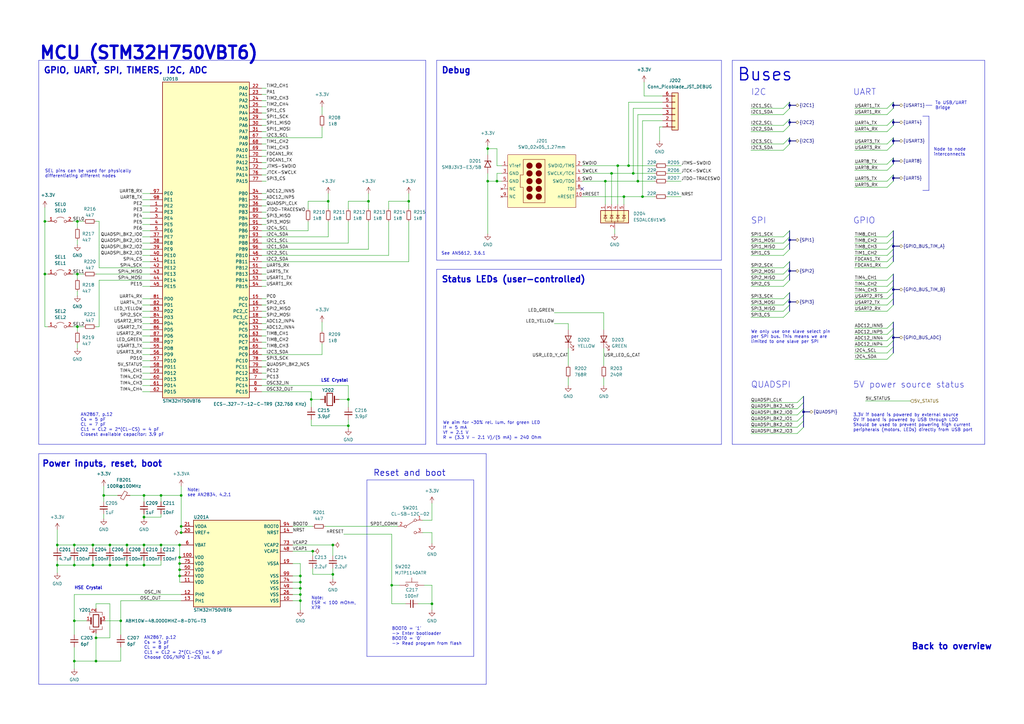
<source format=kicad_sch>
(kicad_sch (version 20230121) (generator eeschema)
  (paper "A3")
  (title_block (title "MCU") (company "EPFL Xplore") (comment 2 "Author: Vincent Nguyen"))
  (junction (at 248.285 74.295))
  (junction (at 200.025 74.295))
  (junction (at 30.48 271.145))
  (junction (at 128.27 226.06))
  (junction (at 31.75 112.395))
  (junction (at 177.165 247.65))
  (junction (at 250.825 71.12))
  (junction (at 329.565 168.91))
  (junction (at 66.04 223.52))
  (junction (at 151.13 82.55))
  (junction (at 123.19 238.76))
  (junction (at 74.295 203.2))
  (junction (at 73.66 236.22))
  (junction (at 200.025 60.96))
  (junction (at 257.81 67.945))
  (junction (at 123.19 236.22))
  (junction (at 123.19 243.84))
  (junction (at 142.875 174.625))
  (junction (at 142.875 163.83))
  (junction (at 323.85 43.18))
  (junction (at 59.055 231.775))
  (junction (at 18.415 112.395))
  (junction (at 167.64 82.55))
  (junction (at 74.295 215.9))
  (junction (at 30.48 223.52))
  (junction (at 45.085 231.775))
  (junction (at 49.53 254.635))
  (junction (at 30.48 254.635))
  (junction (at 45.085 223.52))
  (junction (at 203.835 74.295))
  (junction (at 160.655 240.03))
  (junction (at 255.905 80.645))
  (junction (at 366.395 50.165))
  (junction (at 52.07 231.775))
  (junction (at 74.295 218.44))
  (junction (at 73.66 223.52))
  (junction (at 42.545 203.2))
  (junction (at 136.525 235.585))
  (junction (at 261.62 74.295))
  (junction (at 263.525 80.645))
  (junction (at 39.37 261.62))
  (junction (at 59.055 212.09))
  (junction (at 52.07 223.52))
  (junction (at 66.04 203.2))
  (junction (at 366.395 43.18))
  (junction (at 323.85 98.425))
  (junction (at 253.365 67.945))
  (junction (at 366.395 100.965))
  (junction (at 366.395 66.04))
  (junction (at 31.75 90.805))
  (junction (at 59.055 223.52))
  (junction (at 39.37 271.145))
  (junction (at 366.395 73.025))
  (junction (at 366.395 138.43))
  (junction (at 366.395 118.745))
  (junction (at 323.85 123.825))
  (junction (at 73.66 231.14))
  (junction (at 73.66 233.68))
  (junction (at 23.495 223.52))
  (junction (at 38.1 231.775))
  (junction (at 30.48 231.775))
  (junction (at 31.75 133.985))
  (junction (at 366.395 57.785))
  (junction (at 23.495 231.775))
  (junction (at 136.525 223.52))
  (junction (at 259.715 71.12))
  (junction (at 73.66 228.6))
  (junction (at 38.1 223.52))
  (junction (at 59.055 203.2))
  (junction (at 323.85 50.165))
  (junction (at 134.62 82.55))
  (junction (at 323.85 111.125))
  (junction (at 18.415 90.805))
  (junction (at 127.635 163.83))
  (junction (at 323.85 57.785))
  (junction (at 123.19 241.3))
  (junction (at 123.19 246.38))
  (no_connect (at 238.76 77.47))
  (bus_entry (at 363.855 59.055) (size 2.54 -2.54))
  (bus_entry (at 321.31 61.595) (size 2.54 -2.54))
  (bus_entry (at 327.025 175.26) (size 2.54 -2.54))
  (bus_entry (at 363.855 107.315) (size 2.54 -2.54))
  (bus_entry (at 363.855 122.555) (size 2.54 -2.54))
  (bus_entry (at 321.31 127.635) (size 2.54 -2.54))
  (bus_entry (at 363.855 147.32) (size 2.54 -2.54))
  (bus_entry (at 327.025 177.8) (size 2.54 -2.54))
  (bus_entry (at 363.855 104.775) (size 2.54 -2.54))
  (bus_entry (at 363.855 67.31) (size 2.54 -2.54))
  (bus_entry (at 363.855 76.835) (size 2.54 -2.54))
  (bus_entry (at 363.855 127.635) (size 2.54 -2.54))
  (bus_entry (at 321.31 117.475) (size 2.54 -2.54))
  (bus_entry (at 363.855 109.855) (size 2.54 -2.54))
  (bus_entry (at 321.31 46.99) (size 2.54 -2.54))
  (bus_entry (at 363.855 69.85) (size 2.54 -2.54))
  (bus_entry (at 321.31 44.45) (size 2.54 -2.54))
  (bus_entry (at 321.31 53.975) (size 2.54 -2.54))
  (bus_entry (at 363.855 142.24) (size 2.54 -2.54))
  (bus_entry (at 363.855 102.235) (size 2.54 -2.54))
  (bus_entry (at 321.31 125.095) (size 2.54 -2.54))
  (bus_entry (at 363.855 97.155) (size 2.54 -2.54))
  (bus_entry (at 363.855 144.78) (size 2.54 -2.54))
  (bus_entry (at 363.855 125.095) (size 2.54 -2.54))
  (bus_entry (at 321.31 51.435) (size 2.54 -2.54))
  (bus_entry (at 321.31 59.055) (size 2.54 -2.54))
  (bus_entry (at 327.025 167.64) (size 2.54 -2.54))
  (bus_entry (at 321.31 112.395) (size 2.54 -2.54))
  (bus_entry (at 321.31 102.235) (size 2.54 -2.54))
  (bus_entry (at 321.31 104.775) (size 2.54 -2.54))
  (bus_entry (at 363.855 120.015) (size 2.54 -2.54))
  (bus_entry (at 327.025 172.72) (size 2.54 -2.54))
  (bus_entry (at 363.855 74.295) (size 2.54 -2.54))
  (bus_entry (at 363.855 99.695) (size 2.54 -2.54))
  (bus_entry (at 363.855 134.62) (size 2.54 -2.54))
  (bus_entry (at 327.025 170.18) (size 2.54 -2.54))
  (bus_entry (at 363.855 51.435) (size 2.54 -2.54))
  (bus_entry (at 321.31 109.855) (size 2.54 -2.54))
  (bus_entry (at 321.31 114.935) (size 2.54 -2.54))
  (bus_entry (at 363.855 137.16) (size 2.54 -2.54))
  (bus_entry (at 321.31 122.555) (size 2.54 -2.54))
  (bus_entry (at 363.855 139.7) (size 2.54 -2.54))
  (bus_entry (at 321.31 99.695) (size 2.54 -2.54))
  (bus_entry (at 321.31 97.155) (size 2.54 -2.54))
  (bus_entry (at 327.025 165.1) (size 2.54 -2.54))
  (bus_entry (at 363.855 53.975) (size 2.54 -2.54))
  (bus_entry (at 363.855 44.45) (size 2.54 -2.54))
  (bus_entry (at 363.855 114.935) (size 2.54 -2.54))
  (bus_entry (at 363.855 46.99) (size 2.54 -2.54))
  (bus_entry (at 321.31 130.175) (size 2.54 -2.54))
  (bus_entry (at 363.855 61.595) (size 2.54 -2.54))
  (bus_entry (at 363.855 117.475) (size 2.54 -2.54))
  (wire (pts (xy 107.315 153.035) (xy 109.22 153.035)))
  (wire (pts (xy 233.045 142.875) (xy 233.045 149.86)))
  (wire (pts (xy 127.635 174.625) (xy 127.635 172.085)))
  (wire (pts (xy 350.52 74.295) (xy 363.855 74.295)))
  (wire (pts (xy 177.165 206.375) (xy 177.165 213.36)))
  (bus (pts (xy 329.565 165.1) (xy 329.565 167.64)))
  (wire (pts (xy 30.48 231.775) (xy 38.1 231.775)))
  (wire (pts (xy 107.315 61.595) (xy 109.22 61.595)))
  (wire (pts (xy 248.285 74.295) (xy 261.62 74.295)))
  (wire (pts (xy 227.33 132.715) (xy 233.045 132.715)))
  (wire (pts (xy 273.6316 80.645) (xy 279.4 80.645)))
  (bus (pts (xy 366.395 134.62) (xy 366.395 137.16)))
  (wire (pts (xy 350.52 99.695) (xy 363.855 99.695)))
  (wire (pts (xy 350.52 69.85) (xy 363.855 69.85)))
  (wire (pts (xy 132.08 43.815) (xy 132.08 46.99)))
  (polyline (pts (xy 179.07 110.49) (xy 179.07 182.245)))
  (wire (pts (xy 30.48 243.84) (xy 30.48 254.635)))
  (polyline (pts (xy 174.625 182.245) (xy 15.875 182.245)))
  (wire (pts (xy 307.975 46.99) (xy 321.31 46.99)))
  (bus (pts (xy 366.395 102.235) (xy 366.395 104.775)))
  (wire (pts (xy 166.37 247.65) (xy 160.655 247.65)))
  (bus (pts (xy 366.395 43.18) (xy 368.935 43.18)))
  (wire (pts (xy 38.1 231.775) (xy 38.1 229.87)))
  (wire (pts (xy 350.52 107.315) (xy 363.855 107.315)))
  (wire (pts (xy 350.52 104.775) (xy 363.855 104.775)))
  (bus (pts (xy 366.395 100.965) (xy 368.935 100.965)))
  (wire (pts (xy 255.905 80.645) (xy 263.525 80.645)))
  (wire (pts (xy 29.845 112.395) (xy 31.75 112.395)))
  (wire (pts (xy 107.315 79.375) (xy 109.22 79.375)))
  (wire (pts (xy 73.66 231.14) (xy 73.66 233.68)))
  (wire (pts (xy 307.975 167.64) (xy 327.025 167.64)))
  (wire (pts (xy 177.165 240.03) (xy 173.99 240.03)))
  (wire (pts (xy 255.905 80.645) (xy 255.905 83.82)))
  (wire (pts (xy 259.715 44.45) (xy 271.78 44.45)))
  (wire (pts (xy 49.53 246.38) (xy 74.295 246.38)))
  (polyline (pts (xy 179.07 110.49) (xy 295.91 110.49)))
  (wire (pts (xy 264.16 33.655) (xy 264.16 39.37)))
  (wire (pts (xy 107.315 53.975) (xy 109.22 53.975)))
  (bus (pts (xy 366.395 71.755) (xy 366.395 73.025)))
  (wire (pts (xy 167.64 82.55) (xy 159.385 82.55)))
  (wire (pts (xy 160.655 240.03) (xy 163.83 240.03)))
  (polyline (pts (xy 403.86 182.245) (xy 403.86 24.765)))
  (wire (pts (xy 205.74 71.12) (xy 203.835 71.12)))
  (wire (pts (xy 109.22 155.575) (xy 107.315 155.575)))
  (bus (pts (xy 366.395 73.025) (xy 366.395 74.295)))
  (wire (pts (xy 142.875 82.55) (xy 142.875 85.725)))
  (wire (pts (xy 107.315 107.315) (xy 167.64 107.315)))
  (wire (pts (xy 123.19 243.84) (xy 120.015 243.84)))
  (wire (pts (xy 350.52 51.435) (xy 363.855 51.435)))
  (wire (pts (xy 307.975 114.935) (xy 321.31 114.935)))
  (wire (pts (xy 19.685 133.985) (xy 18.415 133.985)))
  (wire (pts (xy 107.315 150.495) (xy 109.22 150.495)))
  (wire (pts (xy 107.315 112.395) (xy 109.22 112.395)))
  (bus (pts (xy 366.395 99.695) (xy 366.395 100.965)))
  (wire (pts (xy 107.315 71.755) (xy 109.22 71.755)))
  (wire (pts (xy 307.975 177.8) (xy 327.025 177.8)))
  (wire (pts (xy 142.875 158.115) (xy 142.875 163.83)))
  (wire (pts (xy 58.42 132.715) (xy 61.595 132.715)))
  (wire (pts (xy 307.975 112.395) (xy 321.31 112.395)))
  (wire (pts (xy 307.975 130.175) (xy 321.31 130.175)))
  (wire (pts (xy 18.415 133.985) (xy 18.415 112.395)))
  (polyline (pts (xy 295.91 24.765) (xy 295.91 106.68)))
  (wire (pts (xy 350.52 46.99) (xy 363.855 46.99)))
  (wire (pts (xy 123.19 231.14) (xy 120.015 231.14)))
  (wire (pts (xy 58.42 160.655) (xy 61.595 160.655)))
  (wire (pts (xy 107.315 43.815) (xy 109.22 43.815)))
  (wire (pts (xy 58.42 145.415) (xy 61.595 145.415)))
  (bus (pts (xy 323.85 107.315) (xy 323.85 109.855)))
  (wire (pts (xy 107.315 114.935) (xy 109.22 114.935)))
  (wire (pts (xy 58.42 130.175) (xy 61.595 130.175)))
  (wire (pts (xy 45.085 231.775) (xy 52.07 231.775)))
  (wire (pts (xy 123.19 238.76) (xy 120.015 238.76)))
  (wire (pts (xy 307.975 99.695) (xy 321.31 99.695)))
  (wire (pts (xy 200.025 63.5) (xy 200.025 60.96)))
  (wire (pts (xy 30.48 254.635) (xy 30.48 260.35)))
  (wire (pts (xy 238.76 67.945) (xy 253.365 67.945)))
  (wire (pts (xy 52.07 223.52) (xy 59.055 223.52)))
  (wire (pts (xy 39.37 271.145) (xy 49.53 271.145)))
  (wire (pts (xy 350.52 134.62) (xy 363.855 134.62)))
  (wire (pts (xy 350.52 44.45) (xy 363.855 44.45)))
  (bus (pts (xy 323.85 112.395) (xy 323.85 114.935)))
  (wire (pts (xy 134.62 82.55) (xy 134.62 85.725)))
  (wire (pts (xy 307.975 59.055) (xy 321.31 59.055)))
  (wire (pts (xy 39.37 90.805) (xy 40.64 90.805)))
  (wire (pts (xy 30.48 271.145) (xy 30.48 274.32)))
  (polyline (pts (xy 15.875 186.055) (xy 199.39 186.055)))
  (wire (pts (xy 120.015 215.9) (xy 128.27 215.9)))
  (wire (pts (xy 151.13 82.55) (xy 142.875 82.55)))
  (wire (pts (xy 107.315 109.855) (xy 109.22 109.855)))
  (wire (pts (xy 39.37 112.395) (xy 61.595 112.395)))
  (wire (pts (xy 200.025 71.12) (xy 200.025 74.295)))
  (wire (pts (xy 307.975 44.45) (xy 321.31 44.45)))
  (wire (pts (xy 257.81 67.945) (xy 268.605 67.945)))
  (wire (pts (xy 134.62 97.155) (xy 134.62 90.805)))
  (wire (pts (xy 58.42 97.155) (xy 61.595 97.155)))
  (bus (pts (xy 366.395 112.395) (xy 366.395 114.935)))
  (wire (pts (xy 23.495 223.52) (xy 23.495 224.79)))
  (wire (pts (xy 38.1 223.52) (xy 45.085 223.52)))
  (wire (pts (xy 73.66 238.76) (xy 74.295 238.76)))
  (wire (pts (xy 58.42 107.315) (xy 61.595 107.315)))
  (wire (pts (xy 66.04 223.52) (xy 73.66 223.52)))
  (bus (pts (xy 323.85 109.855) (xy 323.85 111.125)))
  (wire (pts (xy 45.085 247.65) (xy 45.085 261.62)))
  (wire (pts (xy 128.27 233.045) (xy 128.27 235.585)))
  (wire (pts (xy 200.025 74.295) (xy 200.025 95.885)))
  (wire (pts (xy 307.975 127.635) (xy 321.31 127.635)))
  (wire (pts (xy 350.52 139.7) (xy 363.855 139.7)))
  (wire (pts (xy 350.52 97.155) (xy 363.855 97.155)))
  (bus (pts (xy 366.395 41.91) (xy 366.395 43.18)))
  (bus (pts (xy 323.85 122.555) (xy 323.85 123.825)))
  (wire (pts (xy 270.51 57.785) (xy 270.51 52.07)))
  (wire (pts (xy 107.315 69.215) (xy 109.22 69.215)))
  (wire (pts (xy 58.42 81.915) (xy 61.595 81.915)))
  (wire (pts (xy 66.04 203.2) (xy 74.295 203.2)))
  (wire (pts (xy 350.52 102.235) (xy 363.855 102.235)))
  (wire (pts (xy 31.75 112.395) (xy 31.75 114.3)))
  (wire (pts (xy 253.365 67.945) (xy 253.365 83.82)))
  (polyline (pts (xy 150.495 196.85) (xy 194.31 196.85)))
  (bus (pts (xy 366.395 50.165) (xy 368.935 50.165)))
  (wire (pts (xy 203.835 74.295) (xy 205.74 74.295)))
  (wire (pts (xy 167.64 90.805) (xy 167.64 107.315)))
  (wire (pts (xy 58.42 104.775) (xy 61.595 104.775)))
  (wire (pts (xy 259.715 71.12) (xy 268.605 71.12)))
  (wire (pts (xy 107.315 81.915) (xy 109.22 81.915)))
  (wire (pts (xy 73.66 236.22) (xy 73.66 238.76)))
  (bus (pts (xy 323.85 97.155) (xy 323.85 98.425)))
  (bus (pts (xy 323.85 111.125) (xy 326.39 111.125)))
  (wire (pts (xy 123.19 236.22) (xy 123.19 238.76)))
  (wire (pts (xy 307.975 51.435) (xy 321.31 51.435)))
  (wire (pts (xy 59.055 223.52) (xy 66.04 223.52)))
  (polyline (pts (xy 179.07 106.68) (xy 179.07 24.765)))
  (wire (pts (xy 128.27 226.06) (xy 128.27 227.965)))
  (wire (pts (xy 307.975 61.595) (xy 321.31 61.595)))
  (wire (pts (xy 123.19 246.38) (xy 123.19 250.19)))
  (wire (pts (xy 171.45 247.65) (xy 177.165 247.65)))
  (wire (pts (xy 30.48 243.84) (xy 74.295 243.84)))
  (wire (pts (xy 66.04 203.2) (xy 66.04 205.74)))
  (wire (pts (xy 45.085 223.52) (xy 52.07 223.52)))
  (bus (pts (xy 366.395 64.77) (xy 366.395 66.04)))
  (wire (pts (xy 23.495 229.87) (xy 23.495 231.775)))
  (wire (pts (xy 238.76 74.295) (xy 248.285 74.295)))
  (wire (pts (xy 73.66 223.52) (xy 74.295 223.52)))
  (wire (pts (xy 31.75 133.985) (xy 31.75 135.89)))
  (wire (pts (xy 142.875 90.805) (xy 142.875 99.695)))
  (bus (pts (xy 366.395 118.745) (xy 368.935 118.745)))
  (wire (pts (xy 23.495 231.775) (xy 23.495 234.95)))
  (wire (pts (xy 238.76 71.12) (xy 250.825 71.12)))
  (polyline (pts (xy 199.39 186.055) (xy 199.39 280.67)))
  (bus (pts (xy 366.395 142.24) (xy 366.395 144.78)))
  (bus (pts (xy 329.565 168.91) (xy 332.105 168.91)))
  (bus (pts (xy 323.85 50.165) (xy 323.85 51.435)))
  (wire (pts (xy 73.66 223.52) (xy 73.66 228.6)))
  (wire (pts (xy 58.42 102.235) (xy 61.595 102.235)))
  (bus (pts (xy 366.395 117.475) (xy 366.395 118.745)))
  (wire (pts (xy 142.875 174.625) (xy 142.875 175.895)))
  (wire (pts (xy 107.315 142.875) (xy 109.22 142.875)))
  (wire (pts (xy 350.52 147.32) (xy 363.855 147.32)))
  (wire (pts (xy 200.025 59.69) (xy 200.025 60.96)))
  (polyline (pts (xy 300.355 24.765) (xy 403.86 24.765)))
  (wire (pts (xy 160.655 219.075) (xy 160.655 240.03)))
  (bus (pts (xy 366.395 57.785) (xy 368.935 57.785)))
  (polyline (pts (xy 179.07 106.68) (xy 295.91 106.68)))
  (wire (pts (xy 59.055 231.775) (xy 59.055 229.87)))
  (wire (pts (xy 23.495 217.17) (xy 23.495 223.52)))
  (wire (pts (xy 203.835 71.12) (xy 203.835 74.295)))
  (wire (pts (xy 350.52 125.095) (xy 363.855 125.095)))
  (wire (pts (xy 73.66 233.68) (xy 74.295 233.68)))
  (polyline (pts (xy 174.625 24.765) (xy 174.625 182.245)))
  (polyline (pts (xy 199.39 280.67) (xy 15.875 280.67)))
  (wire (pts (xy 134.62 79.375) (xy 134.62 82.55)))
  (wire (pts (xy 123.19 246.38) (xy 120.015 246.38)))
  (wire (pts (xy 107.315 132.715) (xy 109.22 132.715)))
  (wire (pts (xy 132.08 145.415) (xy 132.08 140.97)))
  (wire (pts (xy 59.055 203.2) (xy 66.04 203.2)))
  (wire (pts (xy 107.315 130.175) (xy 109.22 130.175)))
  (bus (pts (xy 366.395 100.965) (xy 366.395 102.235)))
  (wire (pts (xy 233.045 154.94) (xy 233.045 158.115)))
  (wire (pts (xy 58.42 92.075) (xy 61.595 92.075)))
  (bus (pts (xy 329.565 167.64) (xy 329.565 168.91)))
  (bus (pts (xy 323.85 94.615) (xy 323.85 97.155)))
  (polyline (pts (xy 300.355 24.765) (xy 300.355 182.245)))
  (wire (pts (xy 59.055 203.2) (xy 59.055 205.74)))
  (wire (pts (xy 203.835 67.945) (xy 205.74 67.945)))
  (wire (pts (xy 58.42 79.375) (xy 61.595 79.375)))
  (wire (pts (xy 107.315 99.695) (xy 142.875 99.695)))
  (wire (pts (xy 59.055 212.09) (xy 59.055 212.725)))
  (wire (pts (xy 136.525 223.52) (xy 136.525 227.965)))
  (wire (pts (xy 31.75 112.395) (xy 34.29 112.395)))
  (wire (pts (xy 307.975 172.72) (xy 327.025 172.72)))
  (wire (pts (xy 30.48 265.43) (xy 30.48 271.145)))
  (wire (pts (xy 227.33 128.27) (xy 247.65 128.27)))
  (wire (pts (xy 58.42 99.695) (xy 61.595 99.695)))
  (wire (pts (xy 74.295 218.44) (xy 74.295 215.9)))
  (bus (pts (xy 366.395 56.515) (xy 366.395 57.785)))
  (wire (pts (xy 45.085 223.52) (xy 45.085 224.79)))
  (wire (pts (xy 73.66 228.6) (xy 73.66 231.14)))
  (wire (pts (xy 107.315 41.275) (xy 109.22 41.275)))
  (wire (pts (xy 58.42 137.795) (xy 61.595 137.795)))
  (wire (pts (xy 307.975 122.555) (xy 321.31 122.555)))
  (wire (pts (xy 31.75 98.425) (xy 31.75 100.33)))
  (wire (pts (xy 30.48 223.52) (xy 30.48 224.79)))
  (wire (pts (xy 142.875 172.085) (xy 142.875 174.625)))
  (wire (pts (xy 107.315 147.955) (xy 109.22 147.955)))
  (wire (pts (xy 43.18 254.635) (xy 49.53 254.635)))
  (wire (pts (xy 247.65 142.875) (xy 247.65 149.86)))
  (wire (pts (xy 107.315 135.255) (xy 109.22 135.255)))
  (wire (pts (xy 159.385 90.805) (xy 159.385 104.775)))
  (wire (pts (xy 307.975 125.095) (xy 321.31 125.095)))
  (wire (pts (xy 107.315 117.475) (xy 109.22 117.475)))
  (wire (pts (xy 107.315 94.615) (xy 126.365 94.615)))
  (wire (pts (xy 45.085 231.775) (xy 45.085 229.87)))
  (bus (pts (xy 366.395 73.025) (xy 368.935 73.025)))
  (wire (pts (xy 73.66 231.14) (xy 74.295 231.14)))
  (polyline (pts (xy 194.31 196.85) (xy 194.31 269.24)))
  (wire (pts (xy 107.315 86.995) (xy 109.22 86.995)))
  (wire (pts (xy 203.835 67.945) (xy 203.835 60.96)))
  (wire (pts (xy 39.37 261.62) (xy 39.37 271.145)))
  (wire (pts (xy 23.495 231.775) (xy 30.48 231.775)))
  (wire (pts (xy 132.08 52.07) (xy 132.08 56.515)))
  (wire (pts (xy 263.525 49.53) (xy 263.525 80.645)))
  (wire (pts (xy 74.295 215.9) (xy 74.295 203.2)))
  (wire (pts (xy 307.975 165.1) (xy 327.025 165.1)))
  (wire (pts (xy 107.315 38.735) (xy 109.22 38.735)))
  (wire (pts (xy 31.75 90.805) (xy 34.29 90.805)))
  (wire (pts (xy 107.315 46.355) (xy 109.22 46.355)))
  (wire (pts (xy 107.315 51.435) (xy 109.22 51.435)))
  (wire (pts (xy 38.1 223.52) (xy 38.1 224.79)))
  (wire (pts (xy 248.285 74.295) (xy 248.285 83.82)))
  (wire (pts (xy 257.81 41.91) (xy 257.81 67.945)))
  (bus (pts (xy 366.395 43.18) (xy 366.395 44.45)))
  (wire (pts (xy 350.52 76.835) (xy 363.855 76.835)))
  (wire (pts (xy 66.04 210.82) (xy 66.04 212.09)))
  (wire (pts (xy 133.35 215.9) (xy 163.195 215.9)))
  (wire (pts (xy 159.385 82.55) (xy 159.385 85.725)))
  (wire (pts (xy 177.165 247.65) (xy 177.165 240.03)))
  (wire (pts (xy 151.13 82.55) (xy 151.13 85.725)))
  (wire (pts (xy 123.19 236.22) (xy 120.015 236.22)))
  (bus (pts (xy 323.85 48.895) (xy 323.85 50.165)))
  (wire (pts (xy 126.365 82.55) (xy 126.365 85.725)))
  (wire (pts (xy 58.42 84.455) (xy 61.595 84.455)))
  (wire (pts (xy 307.975 170.18) (xy 327.025 170.18)))
  (wire (pts (xy 42.545 199.39) (xy 42.545 203.2)))
  (polyline (pts (xy 378.46 47.625) (xy 381 47.625)))
  (wire (pts (xy 107.315 140.335) (xy 109.22 140.335)))
  (wire (pts (xy 58.42 153.035) (xy 61.595 153.035)))
  (wire (pts (xy 136.525 235.585) (xy 136.525 233.045)))
  (bus (pts (xy 329.565 168.91) (xy 329.565 170.18)))
  (bus (pts (xy 366.395 66.04) (xy 368.935 66.04)))
  (wire (pts (xy 59.055 231.775) (xy 66.04 231.775)))
  (wire (pts (xy 350.52 127.635) (xy 363.855 127.635)))
  (wire (pts (xy 58.42 125.095) (xy 61.595 125.095)))
  (bus (pts (xy 366.395 104.775) (xy 366.395 107.315)))
  (bus (pts (xy 366.395 120.015) (xy 366.395 122.555)))
  (wire (pts (xy 59.055 223.52) (xy 59.055 224.79)))
  (wire (pts (xy 58.42 150.495) (xy 61.595 150.495)))
  (wire (pts (xy 270.51 52.07) (xy 271.78 52.07)))
  (wire (pts (xy 52.07 231.775) (xy 59.055 231.775)))
  (bus (pts (xy 323.85 123.825) (xy 323.85 125.095)))
  (bus (pts (xy 323.85 123.825) (xy 326.39 123.825)))
  (wire (pts (xy 52.07 231.775) (xy 52.07 229.87)))
  (wire (pts (xy 107.315 48.895) (xy 109.22 48.895)))
  (wire (pts (xy 350.52 61.595) (xy 363.855 61.595)))
  (wire (pts (xy 200.025 60.96) (xy 203.835 60.96)))
  (bus (pts (xy 329.565 172.72) (xy 329.565 175.26)))
  (wire (pts (xy 134.62 82.55) (xy 126.365 82.55)))
  (polyline (pts (xy 381 47.625) (xy 381 78.105)))
  (bus (pts (xy 323.85 41.91) (xy 323.85 43.18)))
  (polyline (pts (xy 15.875 186.055) (xy 15.875 280.67)))
  (wire (pts (xy 66.04 231.775) (xy 66.04 229.87)))
  (wire (pts (xy 109.22 122.555) (xy 107.315 122.555)))
  (wire (pts (xy 307.975 53.975) (xy 321.31 53.975)))
  (wire (pts (xy 58.42 94.615) (xy 61.595 94.615)))
  (wire (pts (xy 18.415 90.805) (xy 18.415 112.395)))
  (wire (pts (xy 52.07 223.52) (xy 52.07 224.79)))
  (wire (pts (xy 58.42 127.635) (xy 61.595 127.635)))
  (wire (pts (xy 107.315 59.055) (xy 109.22 59.055)))
  (wire (pts (xy 58.42 135.255) (xy 61.595 135.255)))
  (wire (pts (xy 39.37 249.555) (xy 39.37 247.65)))
  (wire (pts (xy 307.975 102.235) (xy 321.31 102.235)))
  (wire (pts (xy 350.52 122.555) (xy 363.855 122.555)))
  (wire (pts (xy 39.37 133.985) (xy 40.64 133.985)))
  (wire (pts (xy 128.27 235.585) (xy 136.525 235.585)))
  (wire (pts (xy 18.415 85.09) (xy 18.415 90.805)))
  (wire (pts (xy 120.015 226.06) (xy 128.27 226.06)))
  (bus (pts (xy 329.565 170.18) (xy 329.565 172.72)))
  (wire (pts (xy 350.52 144.78) (xy 363.855 144.78)))
  (wire (pts (xy 127.635 160.655) (xy 127.635 163.83)))
  (bus (pts (xy 366.395 114.935) (xy 366.395 117.475)))
  (wire (pts (xy 142.875 163.83) (xy 139.065 163.83)))
  (wire (pts (xy 167.64 82.55) (xy 167.64 85.725)))
  (wire (pts (xy 123.19 231.14) (xy 123.19 236.22)))
  (wire (pts (xy 40.64 109.855) (xy 61.595 109.855)))
  (bus (pts (xy 366.395 48.895) (xy 366.395 50.165)))
  (wire (pts (xy 58.42 140.335) (xy 61.595 140.335)))
  (wire (pts (xy 350.52 114.935) (xy 363.855 114.935)))
  (wire (pts (xy 107.315 127.635) (xy 109.22 127.635)))
  (wire (pts (xy 107.315 36.195) (xy 109.22 36.195)))
  (wire (pts (xy 126.365 94.615) (xy 126.365 90.805)))
  (wire (pts (xy 257.81 41.91) (xy 271.78 41.91)))
  (wire (pts (xy 151.13 79.375) (xy 151.13 82.55)))
  (polyline (pts (xy 378.46 78.105) (xy 381 78.105)))
  (wire (pts (xy 136.525 235.585) (xy 136.525 237.49)))
  (wire (pts (xy 58.42 158.115) (xy 61.595 158.115)))
  (wire (pts (xy 142.875 163.83) (xy 142.875 167.005)))
  (wire (pts (xy 140.97 219.075) (xy 160.655 219.075)))
  (bus (pts (xy 323.85 98.425) (xy 323.85 99.695)))
  (wire (pts (xy 151.13 90.805) (xy 151.13 102.235)))
  (wire (pts (xy 350.52 59.055) (xy 363.855 59.055)))
  (wire (pts (xy 200.025 74.295) (xy 203.835 74.295)))
  (wire (pts (xy 45.085 261.62) (xy 39.37 261.62)))
  (wire (pts (xy 58.42 89.535) (xy 61.595 89.535)))
  (wire (pts (xy 42.545 210.82) (xy 42.545 212.725)))
  (polyline (pts (xy 150.495 269.24) (xy 150.495 196.85)))
  (bus (pts (xy 323.85 120.015) (xy 323.85 122.555)))
  (wire (pts (xy 18.415 90.805) (xy 19.685 90.805)))
  (wire (pts (xy 123.19 243.84) (xy 123.19 246.38)))
  (bus (pts (xy 366.395 138.43) (xy 366.395 139.7)))
  (wire (pts (xy 49.53 246.38) (xy 49.53 254.635)))
  (polyline (pts (xy 179.07 182.245) (xy 295.91 182.245)))
  (wire (pts (xy 233.045 132.715) (xy 233.045 135.255)))
  (wire (pts (xy 167.64 79.375) (xy 167.64 82.55)))
  (wire (pts (xy 273.685 74.295) (xy 279.4 74.295)))
  (wire (pts (xy 58.42 122.555) (xy 61.595 122.555)))
  (bus (pts (xy 323.85 50.165) (xy 326.39 50.165)))
  (bus (pts (xy 323.85 125.095) (xy 323.85 127.635)))
  (wire (pts (xy 350.52 67.31) (xy 363.855 67.31)))
  (wire (pts (xy 74.295 199.39) (xy 74.295 203.2)))
  (polyline (pts (xy 300.355 182.245) (xy 403.86 182.245)))
  (wire (pts (xy 73.66 228.6) (xy 74.295 228.6)))
  (wire (pts (xy 39.37 261.62) (xy 39.37 259.715)))
  (polyline (pts (xy 379.73 43.18) (xy 382.27 43.18)))
  (wire (pts (xy 58.42 147.955) (xy 61.595 147.955)))
  (wire (pts (xy 160.655 247.65) (xy 160.655 240.03)))
  (wire (pts (xy 247.65 154.94) (xy 247.65 158.115)))
  (wire (pts (xy 107.315 145.415) (xy 132.08 145.415)))
  (wire (pts (xy 40.64 114.935) (xy 61.595 114.935)))
  (wire (pts (xy 123.19 241.3) (xy 123.19 243.84)))
  (wire (pts (xy 250.825 71.12) (xy 250.825 83.82)))
  (wire (pts (xy 142.875 174.625) (xy 127.635 174.625)))
  (wire (pts (xy 38.1 231.775) (xy 45.085 231.775)))
  (wire (pts (xy 59.055 210.82) (xy 59.055 212.09)))
  (wire (pts (xy 123.19 238.76) (xy 123.19 241.3)))
  (wire (pts (xy 107.315 104.775) (xy 159.385 104.775)))
  (wire (pts (xy 107.315 102.235) (xy 151.13 102.235)))
  (wire (pts (xy 261.62 46.99) (xy 261.62 74.295)))
  (bus (pts (xy 366.395 118.745) (xy 366.395 120.015)))
  (wire (pts (xy 350.52 120.015) (xy 363.855 120.015)))
  (wire (pts (xy 177.165 213.36) (xy 173.355 213.36)))
  (wire (pts (xy 73.66 236.22) (xy 74.295 236.22)))
  (wire (pts (xy 307.975 117.475) (xy 321.31 117.475)))
  (polyline (pts (xy 150.495 269.24) (xy 194.31 269.24)))
  (wire (pts (xy 31.75 90.805) (xy 31.75 93.345)))
  (wire (pts (xy 261.62 74.295) (xy 268.605 74.295)))
  (bus (pts (xy 329.565 162.56) (xy 329.565 165.1)))
  (wire (pts (xy 259.715 44.45) (xy 259.715 71.12)))
  (wire (pts (xy 264.16 39.37) (xy 271.78 39.37)))
  (wire (pts (xy 30.48 229.87) (xy 30.48 231.775)))
  (wire (pts (xy 40.64 114.935) (xy 40.64 133.985)))
  (wire (pts (xy 58.42 142.875) (xy 61.595 142.875)))
  (wire (pts (xy 120.015 223.52) (xy 136.525 223.52)))
  (wire (pts (xy 42.545 203.2) (xy 42.545 205.74)))
  (polyline (pts (xy 179.07 24.765) (xy 295.91 24.765)))
  (wire (pts (xy 66.04 212.09) (xy 59.055 212.09)))
  (wire (pts (xy 247.65 128.27) (xy 247.65 135.255)))
  (wire (pts (xy 107.315 89.535) (xy 109.22 89.535)))
  (wire (pts (xy 107.315 84.455) (xy 109.22 84.455)))
  (wire (pts (xy 177.165 222.885) (xy 177.165 218.44)))
  (wire (pts (xy 31.75 133.985) (xy 34.29 133.985)))
  (wire (pts (xy 58.42 155.575) (xy 61.595 155.575)))
  (wire (pts (xy 350.52 53.975) (xy 363.855 53.975)))
  (wire (pts (xy 350.52 117.475) (xy 363.855 117.475)))
  (wire (pts (xy 350.52 137.16) (xy 363.855 137.16)))
  (wire (pts (xy 307.975 109.855) (xy 321.31 109.855)))
  (wire (pts (xy 307.975 97.155) (xy 321.31 97.155)))
  (wire (pts (xy 307.975 175.26) (xy 327.025 175.26)))
  (wire (pts (xy 42.545 203.2) (xy 48.26 203.2)))
  (wire (pts (xy 107.315 97.155) (xy 134.62 97.155)))
  (wire (pts (xy 18.415 112.395) (xy 19.685 112.395)))
  (wire (pts (xy 40.64 90.805) (xy 40.64 109.855)))
  (wire (pts (xy 107.315 64.135) (xy 109.22 64.135)))
  (bus (pts (xy 366.395 94.615) (xy 366.395 97.155)))
  (wire (pts (xy 132.08 132.08) (xy 132.08 135.89)))
  (polyline (pts (xy 15.875 24.765) (xy 15.875 182.245)))
  (wire (pts (xy 23.495 223.52) (xy 30.48 223.52)))
  (wire (pts (xy 31.75 119.38) (xy 31.75 121.285)))
  (wire (pts (xy 107.315 74.295) (xy 109.22 74.295)))
  (wire (pts (xy 123.19 241.3) (xy 120.015 241.3)))
  (wire (pts (xy 31.75 140.97) (xy 31.75 142.875)))
  (wire (pts (xy 250.825 71.12) (xy 259.715 71.12)))
  (bus (pts (xy 323.85 98.425) (xy 326.39 98.425)))
  (wire (pts (xy 107.315 66.675) (xy 109.22 66.675)))
  (wire (pts (xy 263.525 49.53) (xy 271.78 49.53)))
  (bus (pts (xy 366.395 139.7) (xy 366.395 142.24)))
  (wire (pts (xy 177.165 250.19) (xy 177.165 247.65)))
  (wire (pts (xy 261.62 46.99) (xy 271.78 46.99)))
  (wire (pts (xy 58.42 86.995) (xy 61.595 86.995)))
  (wire (pts (xy 49.53 254.635) (xy 49.53 260.35)))
  (wire (pts (xy 39.37 247.65) (xy 45.085 247.65)))
  (wire (pts (xy 73.66 233.68) (xy 73.66 236.22)))
  (bus (pts (xy 323.85 99.695) (xy 323.85 102.235)))
  (bus (pts (xy 366.395 122.555) (xy 366.395 125.095)))
  (bus (pts (xy 323.85 57.785) (xy 323.85 59.055)))
  (wire (pts (xy 177.165 218.44) (xy 173.355 218.44)))
  (wire (pts (xy 354.965 164.465) (xy 373.38 164.465)))
  (wire (pts (xy 35.56 254.635) (xy 30.48 254.635)))
  (bus (pts (xy 366.395 97.155) (xy 366.395 99.695)))
  (wire (pts (xy 107.315 125.095) (xy 109.22 125.095)))
  (bus (pts (xy 323.85 43.18) (xy 326.39 43.18)))
  (bus (pts (xy 323.85 43.18) (xy 323.85 44.45)))
  (bus (pts (xy 366.395 50.165) (xy 366.395 51.435)))
  (wire (pts (xy 350.52 109.855) (xy 363.855 109.855)))
  (polyline (pts (xy 295.91 182.245) (xy 295.91 110.49)))
  (wire (pts (xy 66.04 223.52) (xy 66.04 224.79)))
  (bus (pts (xy 366.395 137.16) (xy 366.395 138.43)))
  (wire (pts (xy 58.42 117.475) (xy 61.595 117.475)))
  (bus (pts (xy 323.85 56.515) (xy 323.85 57.785)))
  (wire (pts (xy 30.48 271.145) (xy 39.37 271.145)))
  (wire (pts (xy 273.685 71.12) (xy 279.4 71.12)))
  (polyline (pts (xy 15.875 24.765) (xy 174.625 24.765)))
  (wire (pts (xy 107.315 92.075) (xy 109.22 92.075)))
  (bus (pts (xy 366.395 57.785) (xy 366.395 59.055)))
  (wire (pts (xy 107.315 137.795) (xy 109.22 137.795)))
  (wire (pts (xy 253.365 67.945) (xy 257.81 67.945)))
  (wire (pts (xy 107.315 56.515) (xy 132.08 56.515)))
  (wire (pts (xy 273.685 67.945) (xy 279.4 67.945)))
  (wire (pts (xy 107.315 158.115) (xy 142.875 158.115)))
  (wire (pts (xy 238.76 80.645) (xy 255.905 80.645)))
  (bus (pts (xy 366.395 138.43) (xy 368.935 138.43)))
  (wire (pts (xy 350.52 142.24) (xy 363.855 142.24)))
  (wire (pts (xy 30.48 223.52) (xy 38.1 223.52)))
  (bus (pts (xy 366.395 66.04) (xy 366.395 67.31)))
  (bus (pts (xy 323.85 57.785) (xy 326.39 57.785)))
  (wire (pts (xy 252.095 93.98) (xy 252.095 95.885)))
  (wire (pts (xy 29.845 133.985) (xy 31.75 133.985)))
  (wire (pts (xy 307.975 104.775) (xy 321.31 104.775)))
  (wire (pts (xy 263.525 80.645) (xy 268.5516 80.645)))
  (wire (pts (xy 29.845 90.805) (xy 31.75 90.805)))
  (wire (pts (xy 107.315 160.655) (xy 127.635 160.655)))
  (wire (pts (xy 53.34 203.2) (xy 59.055 203.2)))
  (bus (pts (xy 323.85 111.125) (xy 323.85 112.395)))
  (wire (pts (xy 127.635 163.83) (xy 127.635 167.005)))
  (wire (pts (xy 49.53 271.145) (xy 49.53 265.43)))
  (bus (pts (xy 366.395 132.08) (xy 366.395 134.62)))
  (wire (pts (xy 127.635 163.83) (xy 131.445 163.83)))
  (text "Note:\nESR < 100 mOhm, \nX7R" (at 127.635 250.19 0) (effects (font (size 1.27 1.27)) (justify left bottom)))
  (text "AN2867, p.12\nCs = 5 pF\nCL = 7 pF\nCL1 = CL2 = 2*(CL-CS) = 4 pF\nClosest available capacitor: 3.9 pF" (at 33.02 179.07 0) (effects (font (size 1.27 1.27)) (justify left bottom)))
  (text "To USB/UART \nBridge" (at 383.54 45.085 0) (effects (font (size 1.27 1.27)) (justify left bottom)))
  (text "I2C" (at 307.975 39.37 0) (effects (font (size 2.54 2.54)) (justify left bottom)))
  (text "See AN5612, 3.6.1" (at 180.975 104.775 0) (effects (font (size 1.27 1.27)) (justify left bottom)))
  (text "3.3V if board is powered by external source\n0V if board is powered by USB through LDO\nShould be used to prevent powering high current\nperipherals (motors, LEDs) directly from USB port" (at 349.885 177.165 0) (effects (font (size 1.27 1.27)) (justify left bottom)))
  (text "We aim for ~30% rel. lum. for green LED\nIf = 5 mA\nVf = 2.1 V\nR = (3.3 V - 2.1 V)/(5 mA) = 240 Ohm" (at 181.61 180.34 0) (effects (font (size 1.27 1.27)) (justify left bottom)))
  (text "SPI" (at 307.975 92.075 0) (effects (font (size 2.54 2.54)) (justify left bottom)))
  (text "Power inputs, reset, boot" (at 17.145 191.77 0) (effects (font (size 2.54 2.54) (thickness 0.508) bold) (justify left bottom)))
  (text "5V power source status" (at 349.885 159.385 0) (effects (font (size 2.54 2.54)) (justify left bottom)))
  (text "MCU (STM32H750VBT6)" (at 15.875 24.765 0) (effects (font (size 5.08 5.08) bold) (justify left bottom)))
  (text "GPIO" (at 349.885 92.075 0) (effects (font (size 2.54 2.54)) (justify left bottom)))
  (text "HSE Crystal" (at 30.48 241.935 0) (effects (font (size 1.27 1.27) (thickness 0.254) bold) (justify left bottom)))
  (text "Reset and boot" (at 153.035 195.58 0) (effects (font (size 2.54 2.54) (thickness 0.254) bold) (justify left bottom)))
  (text "Back to overview" (at 407.035 266.7 0) (effects (font (size 2.54 2.54) (thickness 0.508) bold) (justify right bottom)))
  (text "Buses" (at 302.26 33.655 0) (effects (font (size 5.08 5.08) (thickness 0.508) bold) (justify left bottom)))
  (text "Note: \nsee AN2834, 4.2.1" (at 76.835 203.835 0) (effects (font (size 1.27 1.27)) (justify left bottom)))
  (text "UART" (at 349.885 39.37 0) (effects (font (size 2.54 2.54)) (justify left bottom)))
  (text "AN2867, p.12\nCs = 5 pF\nCL = 8 pF\nCL1 = CL2 = 2*(CL-CS) = 6 pF\nChoose C0G/NP0 1-2% tol." (at 59.055 270.51 0) (effects (font (size 1.27 1.27)) (justify left bottom)))
  (text "We only use one slave select pin \nper SPI bus. This means we are \nlimited to one slave per SPI" (at 307.975 140.97 0) (effects (font (size 1.27 1.27)) (justify left bottom)))
  (text "Status LEDs (user-controlled)" (at 180.975 116.205 0) (effects (font (size 2.54 2.54) bold) (justify left bottom)))
  (text "BOOT0 = '1' \n-> Enter bootloader\nBOOT0 = '0' \n-> Read program from flash" (at 160.655 264.795 0) (effects (font (size 1.27 1.27)) (justify left bottom)))
  (text "QUADSPI" (at 307.975 159.385 0) (effects (font (size 2.54 2.54)) (justify left bottom)))
  (text "SEL pins can be used for physically \ndifferentiating different nodes" (at 18.415 73.025 0) (effects (font (size 1.27 1.27)) (justify left bottom)))
  (text "Node to node\ninterconnects" (at 382.905 64.135 0) (effects (font (size 1.27 1.27)) (justify left bottom)))
  (text "Debug" (at 180.975 30.48 0) (effects (font (size 2.54 2.54) bold) (justify left bottom)))
  (text "LSE Crystal" (at 142.875 156.845 0) (effects (font (size 1.27 1.27) (thickness 0.254) bold) (justify right bottom)))
  (text "GPIO, UART, SPI, TIMERS, I2C, ADC" (at 17.78 30.48 0) (effects (font (size 2.54 2.54) bold) (justify left bottom)))
  (label "SPI1_CS" (at 109.22 46.355 0))
  (label "I2C1_SDA" (at 109.22 102.235 0))
  (label "QUADSPI_BK2_IO2" (at 307.975 175.26 0))
  (label "SPI2_SCK" (at 307.975 109.855 0))
  (label "I2C3_SDA" (at 109.22 145.415 0))
  (label "SPI1_MISO" (at 307.975 102.235 0))
  (label "SPI1_MISO" (at 109.22 51.435 0))
  (label "UART4_TX" (at 58.42 125.095 180))
  (label "USART2_TX" (at 58.42 135.255 180))
  (label "NRST" (at 120.015 218.44 0))
  (label "TIM1_CH3" (at 109.22 61.595 0))
  (label "JTDO-TRACESWO" (at 279.4 74.295 0))
  (label "PE5" (at 58.42 92.075 180))
  (label "SPI4_MOSI" (at 58.42 114.935 180))
  (label "SPI3_MISO" (at 307.975 127.635 0))
  (label "LED_GREEN" (at 58.42 140.335 180))
  (label "5V_STATUS" (at 58.42 150.495 180))
  (label "USART3_TX" (at 350.52 59.055 0))
  (label "UART8_RX" (at 58.42 79.375 180))
  (label "QUADSPI_BK2_NCS" (at 307.975 167.64 0))
  (label "SPI1_MOSI" (at 109.22 53.975 0))
  (label "SPI3_CS" (at 307.975 130.175 0))
  (label "OSC_IN" (at 66.04 243.84 180))
  (label "PD10" (at 58.42 147.955 180))
  (label "VCAP2" (at 120.015 223.52 0))
  (label "PE15" (at 58.42 117.475 180))
  (label "PC13" (at 109.22 155.575 0))
  (label "I2C3_SDA" (at 307.975 61.595 0))
  (label "UART5_TX" (at 350.52 74.295 0))
  (label "TIM1_CH2" (at 350.52 104.775 0))
  (label "UART8_TX" (at 58.42 81.915 180))
  (label "SPI3_MOSI" (at 307.975 125.095 0))
  (label "USR_LED_G_CAT" (at 247.65 146.685 0))
  (label "USART3_TX" (at 58.42 142.875 180))
  (label "SPI3_SCK" (at 307.975 122.555 0))
  (label "JTMS-SWDIO" (at 279.4 67.945 0))
  (label "SPI3_MOSI" (at 109.22 92.075 0))
  (label "SWCLK" (at 238.76 71.12 0))
  (label "I2C3_SCL" (at 109.22 56.515 0))
  (label "NRST" (at 279.4 80.645 0))
  (label "TIM4_CH1" (at 350.52 114.935 0))
  (label "USART2_RX" (at 58.42 137.795 180))
  (label "TIM2_CH1" (at 109.22 36.195 0))
  (label "JTDO-TRACESWO" (at 109.22 86.995 0))
  (label "UART4_RX" (at 350.52 53.975 0))
  (label "QUADSPI_BK2_IO3" (at 307.975 177.8 0))
  (label "OSC32_OUT" (at 109.22 160.655 0))
  (label "PE6" (at 58.42 94.615 180))
  (label "USR_LED_Y_CAT" (at 233.045 146.685 180))
  (label "BOOT0" (at 120.015 215.9 0))
  (label "PA1" (at 109.22 38.735 0))
  (label "I2C4_SDA" (at 109.22 97.155 0))
  (label "PE2" (at 58.42 84.455 180))
  (label "PC12" (at 109.22 153.035 0))
  (label "USART1_TX" (at 109.22 114.935 0))
  (label "SPI1_SCK" (at 307.975 97.155 0))
  (label "UART5_RX" (at 109.22 109.855 0))
  (label "SPI3_SCK" (at 109.22 147.955 0))
  (label "LED_YELLOW" (at 58.42 127.635 180))
  (label "SPI1_SCK" (at 109.22 48.895 0))
  (label "SPI1_MOSI" (at 307.975 99.695 0))
  (label "TIM4_CH3" (at 58.42 158.115 180))
  (label "SPI4_SCK" (at 58.42 109.855 180))
  (label "UART8_RX" (at 350.52 69.85 0))
  (label "SPI3_MISO" (at 109.22 89.535 0))
  (label "TIM2_CH3" (at 109.22 41.275 0))
  (label "FDCAN1_RX" (at 109.22 64.135 0))
  (label "SPI4_MISO" (at 58.42 112.395 180))
  (label "PE3" (at 58.42 86.995 180))
  (label "TIM4_CH4" (at 58.42 160.655 180))
  (label "QUADSPI_BK2_IO2" (at 58.42 102.235 180))
  (label "QUADSPI_BK2_IO1" (at 307.975 172.72 0))
  (label "TIM8_CH3" (at 350.52 102.235 0))
  (label "ADC12_INN4" (at 109.22 135.255 0))
  (label "I2C4_SCL" (at 109.22 94.615 0))
  (label "LED_YELLOW" (at 227.33 132.715 180))
  (label "ADC12_INP4" (at 109.22 132.715 0))
  (label "I2C2_SDA" (at 307.975 53.975 0))
  (label "USART3_RX" (at 58.42 145.415 180))
  (label "TIM1_CH2" (at 109.22 59.055 0))
  (label "SWDIO" (at 238.76 67.945 0))
  (label "SEL2" (at 29.845 133.985 0))
  (label "I2C3_SCL" (at 307.975 59.055 0))
  (label "I2C1_SDA" (at 307.975 46.99 0))
  (label "USART1_RX" (at 350.52 46.99 0))
  (label "JTMS-SWDIO" (at 109.22 69.215 0))
  (label "QUADSPI_BK2_IO0" (at 58.42 97.155 180))
  (label "I2C1_SCL" (at 109.22 99.695 0))
  (label "I2C1_SCL" (at 307.975 44.45 0))
  (label "UART8_TX" (at 350.52 67.31 0))
  (label "UART4_TX" (at 350.52 51.435 0))
  (label "SPI2_MOSI" (at 109.22 130.175 0))
  (label "SPI2_MOSI" (at 307.975 112.395 0))
  (label "nRESET" (at 140.97 219.075 180))
  (label "ADC12_INP5" (at 350.52 137.16 0))
  (label "JTCK-SWCLK" (at 109.22 71.755 0))
  (label "FDCAN1_TX" (at 350.52 107.315 0))
  (label "USART2_TX" (at 350.52 125.095 0))
  (label "OSC32_IN" (at 109.22 158.115 0))
  (label "I2C2_SCL" (at 109.22 104.775 0))
  (label "5V_STATUS" (at 354.965 164.465 0))
  (label "I2C2_SDA" (at 109.22 107.315 0))
  (label "UART5_TX" (at 109.22 112.395 0))
  (label "LED_GREEN" (at 227.33 128.27 180))
  (label "SPI4_CS" (at 58.42 107.315 180))
  (label "QUADSPI_BK2_IO1" (at 58.42 99.695 180))
  (label "ADC12_INN5" (at 350.52 134.62 0))
  (label "SPI2_CS" (at 109.22 125.095 0))
  (label "QUADSPI_BK2_IO3" (at 58.42 104.775 180))
  (label "PE4" (at 58.42 89.535 180))
  (label "SEL1" (at 29.845 112.395 0))
  (label "SPI1_CS" (at 307.975 104.775 0))
  (label "TIM8_CH2" (at 350.52 99.695 0))
  (label "QUADSPI_CLK" (at 109.22 84.455 0))
  (label "ADC12_INN5" (at 109.22 79.375 0))
  (label "I2C2_SCL" (at 307.975 51.435 0))
  (label "SEL0" (at 29.845 90.805 0))
  (label "QUADSPI_BK2_NCS" (at 109.22 150.495 0))
  (label "TIM2_CH4" (at 109.22 43.815 0))
  (label "TIM4_CH2" (at 58.42 155.575 180))
  (label "ADC12_INP5" (at 109.22 81.915 0))
  (label "UART4_RX" (at 58.42 122.555 180))
  (label "nRESET" (at 238.76 80.645 0))
  (label "SWO" (at 238.76 74.295 0))
  (label "SPI2_MISO" (at 307.975 114.935 0))
  (label "USART2_RTS" (at 350.52 122.555 0))
  (label "I2C4_SCL" (at 350.52 144.78 0))
  (label "TIM8_CH1" (at 350.52 97.155 0))
  (label "ADC12_INN4" (at 350.52 139.7 0))
  (label "FDCAN1_RX" (at 350.52 109.855 0))
  (label "SPI2_MISO" (at 109.22 127.635 0))
  (label "TIM8_CH3" (at 109.22 142.875 0))
  (label "USART2_RX" (at 350.52 127.635 0))
  (label "JTCK-SWCLK" (at 279.4 71.12 0))
  (label "ADC12_INP4" (at 350.52 142.24 0))
  (label "TIM4_CH1" (at 58.42 153.035 180))
  (label "USART1_TX" (at 350.52 44.45 0))
  (label "OSC_OUT" (at 66.04 246.38 180))
  (label "FDCAN1_TX" (at 109.22 66.675 0))
  (label "SPI2_SCK" (at 58.42 130.175 180))
  (label "QUADSPI_BK2_IO0" (at 307.975 170.18 0))
  (label "I2C4_SDA" (at 350.52 147.32 0))
  (label "TIM8_CH2" (at 109.22 140.335 0))
  (label "UART5_RX" (at 350.52 76.835 0))
  (label "SPI2_CS" (at 307.975 117.475 0))
  (label "USART3_RX" (at 350.52 61.595 0))
  (label "SPI3_CS" (at 109.22 74.295 0))
  (label "USART2_RTS" (at 58.42 132.715 180))
  (label "TIM8_CH1" (at 109.22 137.795 0))
  (label "VCAP1" (at 120.015 226.06 0))
  (label "QUADSPI_CLK" (at 307.975 165.1 0))
  (label "USART1_RX" (at 109.22 117.475 0))
  (label "TIM4_CH3" (at 350.52 120.015 0))
  (label "PC0" (at 109.22 122.555 0))
  (label "TIM4_CH2" (at 350.52 117.475 0))
  (label "SPDT_COMM" (at 163.195 215.9 180))
  (hierarchical_label "{SPI1}" (shape bidirectional) (at 326.39 98.425 0))
  (hierarchical_label "{UART4}" (shape bidirectional) (at 368.935 50.165 0))
  (hierarchical_label "{I2C3}" (shape bidirectional) (at 326.39 57.785 0))
  (hierarchical_label "{I2C2}" (shape bidirectional) (at 326.39 50.165 0))
  (hierarchical_label "{GPIO_BUS_TIM_A}" (shape bidirectional) (at 368.935 100.965 0))
  (hierarchical_label "{SPI3}" (shape bidirectional) (at 326.39 123.825 0))
  (hierarchical_label "{SPI2}" (shape bidirectional) (at 326.39 111.125 0))
  (hierarchical_label "{GPIO_BUS_ADC}" (shape bidirectional) (at 368.935 138.43 0))
  (hierarchical_label "{USART1}" (shape bidirectional) (at 368.935 43.18 0))
  (hierarchical_label "{QUADSPI}" (shape bidirectional) (at 332.105 168.91 0))
  (hierarchical_label "{USART3}" (shape bidirectional) (at 368.935 57.785 0))
  (hierarchical_label "{UART5}" (shape bidirectional) (at 368.935 73.025 0))
  (hierarchical_label "{GPIO_BUS_TIM_B}" (shape bidirectional) (at 368.935 118.745 0))
  (hierarchical_label "{I2C1}" (shape bidirectional) (at 326.39 43.18 0))
  (hierarchical_label "{UART8}" (shape bidirectional) (at 368.935 66.04 0))
  (hierarchical_label "5V_STATUS" (shape input) (at 373.38 164.465 0))
  (symbol (lib_id "Device:R_Small") (at 132.08 138.43 0) (unit 1)
    (property "Reference" "R209" (at 134.62 137.1599 0) (effects (justify left)))
    (property "Value" "1k8" (at 134.62 139.6999 0) (effects (justify left)))
    (property "Footprint" "Resistor_SMD:R_0402_1005Metric" (effects hide))
  )
  (symbol (lib_id "0_mcu:STM32H750VBT6") (at 97.155 231.14 0) (unit 1)
    (property "Reference" "U201" (at 79.375 212.09 0) (effects (justify left)))
    (property "Value" "STM32H750VBT6" (at 79.375 250.19 0) (effects (justify left)))
    (property "Footprint" "Package_QFP:LQFP-100_14x14mm_P0.5mm" (effects hide))
    (property "Datasheet" "https://www.st.com/resource/en/datasheet/stm32h750ib.pdf" (effects hide))
  )
  (symbol (lib_id "power:+3.3V") (at 23.495 217.17 0) (unit 1)
    (property "Reference" "#PWR0201" (effects hide))
    (property "Value" "+3.3V" (at 23.495 212.09 0))
  )
  (symbol (lib_id "Device:C_Small") (at 136.525 230.505 0) (unit 1)
    (property "Reference" "C214" (at 137.16 228.6 0) (effects (justify left)))
    (property "Value" "2.2uF" (at 137.16 232.41 0) (effects (justify left)))
    (property "Footprint" "Capacitor_SMD:C_0402_1005Metric" (effects hide))
  )
  (symbol (lib_id "Device:C_Small") (at 142.875 169.545 0) (unit 1)
    (property "Reference" "C216" (at 145.415 168.275 0) (effects (justify left)))
    (property "Value" "3.9pF" (at 145.415 170.815 0) (effects (justify left)))
    (property "Footprint" "Capacitor_SMD:C_0402_1005Metric" (effects hide))
  )
  (symbol (lib_id "Device:C_Small") (at 23.495 227.33 0) (unit 1)
    (property "Reference" "C201" (at 24.13 225.425 0) (effects (justify left)))
    (property "Value" "4.7uF" (at 24.13 229.235 0) (effects (justify left)))
    (property "Footprint" "Capacitor_SMD:C_0402_1005Metric" (effects hide))
  )
  (symbol (lib_id "Device:C_Small") (at 52.07 227.33 0) (unit 1)
    (property "Reference" "C208" (at 52.705 225.425 0) (effects (justify left)))
    (property "Value" "100nF" (at 52.705 229.235 0) (effects (justify left)))
    (property "Footprint" "Capacitor_SMD:C_0402_1005Metric" (effects hide))
  )
  (symbol (lib_id "0_power_protection:ESDALC6V1W5") (at 252.095 88.9 0) (unit 1)
    (property "Reference" "D204" (at 259.715 87.6299 0) (effects (justify left)))
    (property "Value" "ESDALC6V1W5" (at 259.715 90.1699 0) (effects (justify left)))
    (property "Footprint" "0_various:SOT323-5L" (effects hide))
    (property "Datasheet" "https://www.st.com/content/ccc/resource/technical/document/datasheet/32/30/02/e6/ac/0f/46/c2/CD00002946.pdf/files/CD00002946.pdf/jcr:content/translations/en.CD00002946.pdf" (effects hide))
    (property "Manufacturer ref" "ESDALC6V1W5" (effects hide))
    (property "Digikey ref" "497-7231-1-ND" (effects hide))
  )
  (symbol (lib_id "Device:LED") (at 247.65 139.065 90) (unit 1)
    (property "Reference" "D203" (at 250.825 139.3824 90) (effects (justify right)))
    (property "Value" "GREEN" (at 250.825 141.9224 90) (effects (justify right)))
    (property "Footprint" "LED_SMD:LED_0603_1608Metric" (effects hide))
    (property "Datasheet" "https://www.bivar.com/parts_content/Datasheets/SM0603GC.pdf" (effects hide))
    (property "Manufacturer ref" "SM0603GC" (effects hide))
    (property "Digikey ref" "492-1324-1-ND" (effects hide))
  )
  (symbol (lib_id "Device:R_Small") (at 159.385 88.265 0) (unit 1)
    (property "Reference" "R214" (at 161.29 86.9949 0) (effects (justify left)))
    (property "Value" "1k8" (at 161.29 89.5349 0) (effects (justify left)))
    (property "Footprint" "Resistor_SMD:R_0402_1005Metric" (effects hide))
  )
  (symbol (lib_id "power:GND") (at 123.19 250.19 0) (unit 1)
    (property "Reference" "#PWR0208" (effects hide))
    (property "Value" "GND" (at 123.19 254.635 0))
  )
  (symbol (lib_id "power:PWR_FLAG") (at 136.525 223.52 270) (unit 1) (in_bom no) (on_board no)
    (property "Reference" "#FLG0203" (effects hide))
    (property "Value" "PWR_FLAG" (effects hide))
  )
  (symbol (lib_id "Jumper:Jumper_2_Open") (at 24.765 133.985 0) (unit 1) (in_bom no)
    (property "Reference" "SEL2" (at 24.765 127.635 0))
    (property "Value" "SEL2" (at 24.765 130.175 0))
    (property "Footprint" "Jumper:SolderJumper-2_P1.3mm_Open_RoundedPad1.0x1.5mm" (effects hide))
  )
  (symbol (lib_id "power:+3.3VA") (at 74.295 199.39 0) (unit 1)
    (property "Reference" "#PWR0207" (effects hide))
    (property "Value" "+3.3VA" (at 74.295 194.31 0))
  )
  (symbol (lib_id "power:GND") (at 200.025 95.885 0) (unit 1)
    (property "Reference" "#PWR0215" (effects hide))
    (property "Value" "GND" (at 200.025 100.33 0))
  )
  (symbol (lib_id "Device:R_Small") (at 36.83 90.805 90) (unit 1)
    (property "Reference" "R216" (at 36.83 85.725 90))
    (property "Value" "4k7" (at 36.83 88.265 90))
    (property "Footprint" "Resistor_SMD:R_0402_1005Metric" (effects hide))
  )
  (symbol (lib_id "Jumper:Jumper_2_Open") (at 24.765 90.805 0) (unit 1) (in_bom no)
    (property "Reference" "SEL0" (at 24.765 83.82 0))
    (property "Value" "SEL0" (at 24.765 86.36 0))
    (property "Footprint" "Jumper:SolderJumper-2_P1.3mm_Open_RoundedPad1.0x1.5mm" (effects hide))
  )
  (symbol (lib_id "power:GND") (at 247.65 158.115 0) (unit 1)
    (property "Reference" "#PWR0217" (effects hide))
    (property "Value" "GND" (at 247.65 162.56 0))
  )
  (symbol (lib_id "0_connectors:SWD_02x05_1.27mm") (at 222.25 74.295 0) (unit 1)
    (property "Reference" "J201" (at 222.25 57.785 0))
    (property "Value" "SWD_02x05_1.27mm" (at 222.25 60.325 0))
    (property "Footprint" "0_connectors:FTSH-105-01-F-D-RA-K" (effects hide))
    (property "Datasheet" "http://suddendocs.samtec.com/prints/ftsh-dth.pdf" (effects hide))
    (property "Manufacturer ref" "FTSH-105-01-F-D-RA-K" (effects hide))
    (property "Digikey ref" "SAM9432-ND" (effects hide))
  )
  (symbol (lib_id "Device:R_Small") (at 31.75 95.885 0) (unit 1)
    (property "Reference" "R217" (at 33.655 95.885 0) (effects (justify left)))
    (property "Value" "4k7" (at 33.655 98.425 0) (effects (justify left)))
    (property "Footprint" "Resistor_SMD:R_0402_1005Metric" (effects hide))
  )
  (symbol (lib_id "power:+3.3V") (at 132.08 43.815 0) (unit 1)
    (property "Reference" "#PWR0219" (effects hide))
    (property "Value" "+3.3V" (at 132.08 38.735 0))
  )
  (symbol (lib_id "Device:Crystal") (at 135.255 163.83 180) (unit 1)
    (property "Reference" "Y202" (at 132.08 160.02 0) (effects (justify right)))
    (property "Value" "ECS-.327-7-12-C-TR9 (32.768 KHz)" (at 125.73 165.735 0) (effects (justify left)))
    (property "Footprint" "Crystal:Crystal_SMD_2012-2Pin_2.0x1.2mm" (effects hide))
    (property "Datasheet" "https://ecsxtal.com/store/pdf/ECX_12.pdf" (effects hide))
    (property "Manufacturer ref" "ECS-.327-7-12-C-TR9" (effects hide))
    (property "Digikey ref" "50-ECS-.327-7-12-C-TR9CT-ND" (effects hide))
  )
  (symbol (lib_id "power:GND") (at 59.055 212.725 0) (unit 1)
    (property "Reference" "#PWR0206" (effects hide))
    (property "Value" "GND" (at 59.055 217.17 0))
  )
  (symbol (lib_id "Device:Crystal_GND24") (at 39.37 254.635 0) (unit 1)
    (property "Reference" "Y201" (at 32.385 250.19 0) (effects (justify left)))
    (property "Value" "ABM10W-48.0000MHZ-8-D7G-T3" (at 51.435 254.635 0) (effects (justify left)))
    (property "Footprint" "Crystal:Crystal_SMD_Abracon_ABM10-4Pin_2.5x2.0mm" (effects hide))
    (property "Datasheet" "https://abracon.com/Resonators/ABM10W.pdf" (effects hide))
    (property "Manufacturer ref" "ABM10W-48.0000MHZ-8-D7G-T3" (effects hide))
    (property "Digikey ref" "535-ABM10W-48.0000MHZ-8-D7G-T3CT-ND" (effects hide))
  )
  (symbol (lib_id "Device:R_Small") (at 271.0916 80.645 90) (unit 1)
    (property "Reference" "R204" (at 276.1716 79.375 90))
    (property "Value" "22R" (at 267.2816 79.375 90))
    (property "Footprint" "Resistor_SMD:R_0603_1608Metric" (effects hide))
  )
  (symbol (lib_id "Device:C_Small") (at 30.48 227.33 0) (unit 1)
    (property "Reference" "C202" (at 31.115 225.425 0) (effects (justify left)))
    (property "Value" "100nF" (at 31.115 229.235 0) (effects (justify left)))
    (property "Footprint" "Capacitor_SMD:C_0402_1005Metric" (effects hide))
  )
  (symbol (lib_id "Device:C_Small") (at 30.48 262.89 0) (unit 1)
    (property "Reference" "C203" (at 33.02 261.62 0) (effects (justify left)))
    (property "Value" "6pF" (at 33.02 264.16 0) (effects (justify left)))
    (property "Footprint" "Capacitor_SMD:C_0402_1005Metric" (effects hide))
  )
  (symbol (lib_id "power:+3.3V") (at 134.62 79.375 0) (unit 1)
    (property "Reference" "#PWR0228" (effects hide))
    (property "Value" "+3.3V" (at 134.62 74.295 0))
  )
  (symbol (lib_id "Device:C_Small") (at 128.27 230.505 0) (unit 1)
    (property "Reference" "C213" (at 128.905 228.6 0) (effects (justify left)))
    (property "Value" "2.2uF" (at 128.905 232.41 0) (effects (justify left)))
    (property "Footprint" "Capacitor_SMD:C_0402_1005Metric" (effects hide))
  )
  (symbol (lib_id "Switch:SW_Push") (at 168.91 240.03 0) (unit 1)
    (property "Reference" "SW202" (at 161.925 232.41 0) (effects (justify left)))
    (property "Value" "MJTP1140ATR" (at 161.925 234.95 0) (effects (justify left)))
    (property "Footprint" "0_switch_button:MJTP1140ATR" (effects hide))
    (property "Datasheet" "https://eu.mouser.com/datasheet/2/26/APPM_S_A0000728651_1-2538249.pdf" (effects hide))
    (property "Manufacturer ref" "MJTP1140ATR" (effects hide))
    (property "Digikey ref" "679-2420-1-ND" (effects hide))
  )
  (symbol (lib_id "power:+3.3V") (at 132.08 132.08 0) (unit 1)
    (property "Reference" "#PWR0101" (effects hide))
    (property "Value" "+3.3V" (at 132.08 127 0))
  )
  (symbol (lib_id "Device:R_Small") (at 132.08 49.53 0) (unit 1)
    (property "Reference" "R208" (at 134.62 48.2599 0) (effects (justify left)))
    (property "Value" "1k8" (at 134.62 50.7999 0) (effects (justify left)))
    (property "Footprint" "Resistor_SMD:R_0402_1005Metric" (effects hide))
  )
  (symbol (lib_id "Device:C_Small") (at 49.53 262.89 0) (unit 1)
    (property "Reference" "C207" (at 52.07 261.62 0) (effects (justify left)))
    (property "Value" "6pF" (at 52.07 264.16 0) (effects (justify left)))
    (property "Footprint" "Capacitor_SMD:C_0402_1005Metric" (effects hide))
  )
  (symbol (lib_id "Device:R_Small") (at 271.145 67.945 90) (unit 1)
    (property "Reference" "R205" (at 276.225 66.675 90))
    (property "Value" "22R" (at 267.335 66.675 90))
    (property "Footprint" "Resistor_SMD:R_0603_1608Metric" (effects hide))
  )
  (symbol (lib_id "Device:R_Small") (at 31.75 138.43 0) (unit 1)
    (property "Reference" "R219" (at 33.655 138.43 0) (effects (justify left)))
    (property "Value" "4k7" (at 33.655 140.97 0) (effects (justify left)))
    (property "Footprint" "Resistor_SMD:R_0402_1005Metric" (effects hide))
  )
  (symbol (lib_id "power:PWR_FLAG") (at 128.27 226.06 270) (unit 1) (in_bom no) (on_board no)
    (property "Reference" "#FLG0202" (effects hide))
    (property "Value" "PWR_FLAG" (effects hide))
  )
  (symbol (lib_id "power:GND") (at 31.75 121.285 0) (unit 1)
    (property "Reference" "#PWR0226" (effects hide))
    (property "Value" "GND" (at 31.75 125.73 0))
  )
  (symbol (lib_id "power:GND") (at 177.165 222.885 0) (unit 1)
    (property "Reference" "#PWR0212" (effects hide))
    (property "Value" "GND" (at 177.165 227.33 0))
  )
  (symbol (lib_id "power:GND") (at 30.48 274.32 0) (unit 1)
    (property "Reference" "#PWR0203" (effects hide))
    (property "Value" "GND" (at 30.48 278.765 0))
  )
  (symbol (lib_id "Device:C_Small") (at 38.1 227.33 0) (unit 1)
    (property "Reference" "C204" (at 38.735 225.425 0) (effects (justify left)))
    (property "Value" "100nF" (at 38.735 229.235 0) (effects (justify left)))
    (property "Footprint" "Capacitor_SMD:C_0402_1005Metric" (effects hide))
  )
  (symbol (lib_id "Device:FerriteBead_Small") (at 50.8 203.2 270) (unit 1)
    (property "Reference" "FB201" (at 50.8381 196.85 90))
    (property "Value" "100R@100MHz" (at 50.8381 199.39 90))
    (property "Footprint" "Inductor_SMD:L_0603_1608Metric" (effects hide))
    (property "Datasheet" "https://www.murata.com/en-global/products/productdata/8796737273886/QNFA9101.pdf" (effects hide))
    (property "Manufacturer ref" "BLM18KG101TH1D" (effects hide))
    (property "Digikey ref" "490-13260-1-ND " (effects hide))
  )
  (symbol (lib_id "0_mcu:STM32H750VBT6") (at 84.455 97.155 0) (unit 2)
    (property "Reference" "U201" (at 66.675 32.385 0) (effects (justify left)))
    (property "Value" "STM32H750VBT6" (at 66.675 164.465 0) (effects (justify left)))
    (property "Footprint" "Package_QFP:LQFP-100_14x14mm_P0.5mm" (effects hide))
    (property "Datasheet" "https://www.st.com/resource/en/datasheet/stm32h750ib.pdf" (effects hide))
  )
  (symbol (lib_id "power:+3.3V") (at 177.165 206.375 0) (unit 1)
    (property "Reference" "#PWR0211" (effects hide))
    (property "Value" "+3.3V" (at 177.165 201.295 0))
  )
  (symbol (lib_id "Device:C_Small") (at 66.04 227.33 0) (unit 1)
    (property "Reference" "C212" (at 66.675 225.425 0) (effects (justify left)))
    (property "Value" "100nF" (at 66.675 229.235 0) (effects (justify left)))
    (property "Footprint" "Capacitor_SMD:C_0402_1005Metric" (effects hide))
  )
  (symbol (lib_id "Device:R_Small") (at 142.875 88.265 0) (unit 1)
    (property "Reference" "R212" (at 144.78 86.9949 0) (effects (justify left)))
    (property "Value" "1k8" (at 144.78 89.5349 0) (effects (justify left)))
    (property "Footprint" "Resistor_SMD:R_0402_1005Metric" (effects hide))
  )
  (symbol (lib_id "power:GND") (at 270.51 57.785 0) (unit 1)
    (property "Reference" "#PWR0223" (effects hide))
    (property "Value" "GND" (at 270.51 62.23 0))
  )
  (symbol (lib_id "Device:R_Small") (at 167.64 88.265 0) (unit 1)
    (property "Reference" "R215" (at 169.545 86.9949 0) (effects (justify left)))
    (property "Value" "1k8" (at 169.545 89.5349 0) (effects (justify left)))
    (property "Footprint" "Resistor_SMD:R_0402_1005Metric" (effects hide))
  )
  (symbol (lib_id "Device:C_Small") (at 59.055 208.28 0) (unit 1)
    (property "Reference" "C209" (at 59.69 206.375 0) (effects (justify left)))
    (property "Value" "1uF" (at 59.69 210.185 0) (effects (justify left)))
    (property "Footprint" "Capacitor_SMD:C_0402_1005Metric" (effects hide))
  )
  (symbol (lib_id "Device:C_Small") (at 66.04 208.28 0) (unit 1)
    (property "Reference" "C211" (at 66.675 206.375 0) (effects (justify left)))
    (property "Value" "10nF" (at 66.675 210.185 0) (effects (justify left)))
    (property "Footprint" "Capacitor_SMD:C_0402_1005Metric" (effects hide))
  )
  (symbol (lib_id "Device:C_Small") (at 42.545 208.28 0) (unit 1)
    (property "Reference" "C205" (at 43.18 206.375 0) (effects (justify left)))
    (property "Value" "1uF" (at 43.18 210.185 0) (effects (justify left)))
    (property "Footprint" "Capacitor_SMD:C_0402_1005Metric" (effects hide))
  )
  (symbol (lib_id "Device:C_Small") (at 45.085 227.33 0) (unit 1)
    (property "Reference" "C206" (at 45.72 225.425 0) (effects (justify left)))
    (property "Value" "100nF" (at 45.72 229.235 0) (effects (justify left)))
    (property "Footprint" "Capacitor_SMD:C_0402_1005Metric" (effects hide))
  )
  (symbol (lib_id "power:PWR_FLAG") (at 74.295 218.44 90) (unit 1) (in_bom no) (on_board no)
    (property "Reference" "#FLG0201" (effects hide))
    (property "Value" "PWR_FLAG" (effects hide))
  )
  (symbol (lib_id "power:+3.3V") (at 167.64 79.375 0) (unit 1)
    (property "Reference" "#PWR0221" (effects hide))
    (property "Value" "+3.3V" (at 167.64 74.295 0))
  )
  (symbol (lib_id "Device:R_Small") (at 233.045 152.4 180) (unit 1)
    (property "Reference" "R202" (at 235.585 151.1299 0) (effects (justify right)))
    (property "Value" "768R" (at 235.585 153.6699 0) (effects (justify right)))
    (property "Footprint" "Resistor_SMD:R_0603_1608Metric" (effects hide))
  )
  (symbol (lib_id "power:+3.3V") (at 42.545 199.39 0) (unit 1)
    (property "Reference" "#PWR0204" (effects hide))
    (property "Value" "+3.3V" (at 42.545 194.31 0))
  )
  (symbol (lib_id "power:GND") (at 42.545 212.725 0) (unit 1)
    (property "Reference" "#PWR0205" (effects hide))
    (property "Value" "GND" (at 42.545 217.17 0))
  )
  (symbol (lib_id "Device:R_Small") (at 134.62 88.265 0) (unit 1)
    (property "Reference" "R211" (at 136.525 86.9949 0) (effects (justify left)))
    (property "Value" "1k8" (at 136.525 89.5349 0) (effects (justify left)))
    (property "Footprint" "Resistor_SMD:R_0402_1005Metric" (effects hide))
  )
  (symbol (lib_id "Device:R_Small") (at 271.145 74.295 90) (unit 1)
    (property "Reference" "R207" (at 276.225 73.025 90))
    (property "Value" "22R" (at 267.335 73.025 90))
    (property "Footprint" "Resistor_SMD:R_0603_1608Metric" (effects hide))
  )
  (symbol (lib_id "Device:LED") (at 233.045 139.065 90) (unit 1)
    (property "Reference" "D202" (at 236.855 139.3824 90) (effects (justify right)))
    (property "Value" "YELLOW" (at 236.855 141.9224 90) (effects (justify right)))
    (property "Footprint" "LED_SMD:LED_0603_1608Metric" (effects hide))
    (property "Datasheet" "https://www.bivar.com/parts_content/Datasheets/SM0603UYC.pdf" (effects hide))
    (property "Manufacturer ref" "SM0603UYC" (effects hide))
    (property "Digikey ref" "492-1325-1-ND" (effects hide))
  )
  (symbol (lib_id "0_power_protection:SMBJ3V3-E3-5B") (at 200.025 67.31 270) (unit 1)
    (property "Reference" "D201" (at 197.485 66.04 90) (effects (justify right)))
    (property "Value" "SMBJ3V3-E3/5B" (at 197.485 68.58 90) (effects (justify right)))
    (property "Footprint" "Diode_SMD:D_SMB" (effects hide))
    (property "Datasheet" "https://www.vishay.com/docs/88940/smbj3v3.pdf" (effects hide))
    (property "Manufacturer ref" "SMBJ3V3-E3/5B" (effects hide))
    (property "Digikey ref" "SMBJ3V3-E3/5BGICT-ND" (effects hide))
  )
  (symbol (lib_id "Device:R_Small") (at 126.365 88.265 0) (unit 1)
    (property "Reference" "R210" (at 128.27 86.9949 0) (effects (justify left)))
    (property "Value" "1k8" (at 128.27 89.5349 0) (effects (justify left)))
    (property "Footprint" "Resistor_SMD:R_0402_1005Metric" (effects hide))
  )
  (symbol (lib_id "Connector_Generic:Conn_01x06") (at 276.86 46.99 0) (mirror x) (unit 1)
    (property "Reference" "J202" (at 276.86 33.02 0))
    (property "Value" "Conn_Picoblade_JST_DEBUG" (at 278.765 35.56 0))
    (property "Footprint" "0_connectors:PicoBlade-JST-GH-1x06_1.25mm_Horizontal" (effects hide))
    (property "Datasheet" "https://www.molex.com/pdm_docs/sd/530480610_sd.pdf" (effects hide))
    (property "Manufacturer ref" "0530480610" (effects hide))
    (property "Digikey ref" "WM1746-ND" (effects hide))
  )
  (symbol (lib_id "power:+3.3V") (at 151.13 79.375 0) (unit 1)
    (property "Reference" "#PWR0220" (effects hide))
    (property "Value" "+3.3V" (at 151.13 74.295 0))
  )
  (symbol (lib_id "power:GND") (at 31.75 100.33 0) (unit 1)
    (property "Reference" "#PWR0225" (effects hide))
    (property "Value" "GND" (at 31.75 104.775 0))
  )
  (symbol (lib_id "power:GND") (at 136.525 237.49 0) (unit 1)
    (property "Reference" "#PWR0209" (effects hide))
    (property "Value" "GND" (at 136.525 241.935 0))
  )
  (symbol (lib_id "Device:R_Small") (at 271.145 71.12 90) (unit 1)
    (property "Reference" "R206" (at 276.225 69.85 90))
    (property "Value" "22R" (at 267.335 69.85 90))
    (property "Footprint" "Resistor_SMD:R_0603_1608Metric" (effects hide))
  )
  (symbol (lib_id "Device:R_Small") (at 247.65 152.4 180) (unit 1)
    (property "Reference" "R203" (at 250.19 151.1299 0) (effects (justify right)))
    (property "Value" "240R" (at 250.19 153.6699 0) (effects (justify right)))
    (property "Footprint" "Resistor_SMD:R_0603_1608Metric" (effects hide))
  )
  (symbol (lib_id "Switch:SW_SPDT") (at 168.275 215.9 0) (unit 1)
    (property "Reference" "SW201" (at 168.275 208.28 0))
    (property "Value" "CL-SB-12C-02" (at 168.275 210.82 0))
    (property "Footprint" "0_switch_button:CL-SB-12C-01" (effects hide))
    (property "Datasheet" "https://www.nidec-copal-electronics.com/e/catalog/switch/cl-sb.pdf" (effects hide))
    (property "Manufacturer ref" "CL-SB-12C-02" (effects hide))
    (property "Digikey ref" "563-1323-ND" (effects hide))
  )
  (symbol (lib_id "power:GND") (at 233.045 158.115 0) (unit 1)
    (property "Reference" "#PWR0216" (effects hide))
    (property "Value" "GND" (at 233.045 162.56 0))
  )
  (symbol (lib_id "Device:C_Small") (at 59.055 227.33 0) (unit 1)
    (property "Reference" "C210" (at 59.69 225.425 0) (effects (justify left)))
    (property "Value" "100nF" (at 59.69 229.235 0) (effects (justify left)))
    (property "Footprint" "Capacitor_SMD:C_0402_1005Metric" (effects hide))
  )
  (symbol (lib_id "power:GND") (at 23.495 234.95 0) (unit 1)
    (property "Reference" "#PWR0202" (effects hide))
    (property "Value" "GND" (at 23.495 239.395 0))
  )
  (symbol (lib_id "power:GND") (at 177.165 250.19 0) (unit 1)
    (property "Reference" "#PWR0213" (effects hide))
    (property "Value" "GND" (at 177.165 254.635 0))
  )
  (symbol (lib_id "Device:C_Small") (at 168.91 247.65 90) (unit 1)
    (property "Reference" "C217" (at 168.91 241.935 90))
    (property "Value" "100nF" (at 168.91 244.475 90))
    (property "Footprint" "Capacitor_SMD:C_0402_1005Metric" (effects hide))
  )
  (symbol (lib_id "Device:R_Small") (at 36.83 112.395 90) (unit 1)
    (property "Reference" "R220" (at 36.83 107.315 90))
    (property "Value" "4k7" (at 36.83 109.855 90))
    (property "Footprint" "Resistor_SMD:R_0402_1005Metric" (effects hide))
  )
  (symbol (lib_id "power:GND") (at 252.095 95.885 0) (unit 1)
    (property "Reference" "#PWR0218" (effects hide))
    (property "Value" "GND" (at 252.095 100.33 0))
  )
  (symbol (lib_id "Device:R_Small") (at 130.81 215.9 90) (unit 1)
    (property "Reference" "R201" (at 130.81 210.185 90))
    (property "Value" "4k7" (at 130.81 212.725 90))
    (property "Footprint" "Resistor_SMD:R_0402_1005Metric" (effects hide))
  )
  (symbol (lib_id "Device:R_Small") (at 31.75 116.84 0) (unit 1)
    (property "Reference" "R218" (at 33.655 116.84 0) (effects (justify left)))
    (property "Value" "4k7" (at 33.655 119.38 0) (effects (justify left)))
    (property "Footprint" "Resistor_SMD:R_0402_1005Metric" (effects hide))
  )
  (symbol (lib_id "Jumper:Jumper_2_Open") (at 24.765 112.395 0) (unit 1) (in_bom no)
    (property "Reference" "SEL1" (at 24.765 105.41 0))
    (property "Value" "SEL1" (at 24.765 107.95 0))
    (property "Footprint" "Jumper:SolderJumper-2_P1.3mm_Open_RoundedPad1.0x1.5mm" (effects hide))
  )
  (symbol (lib_id "power:+3.3V") (at 200.025 59.69 0) (unit 1)
    (property "Reference" "#PWR0214" (effects hide))
    (property "Value" "+3.3V" (at 200.025 54.61 0))
  )
  (symbol (lib_id "Device:C_Small") (at 127.635 169.545 0) (unit 1)
    (property "Reference" "C215" (at 130.175 168.275 0) (effects (justify left)))
    (property "Value" "3.9pF" (at 130.175 170.815 0) (effects (justify left)))
    (property "Footprint" "Capacitor_SMD:C_0402_1005Metric" (effects hide))
  )
  (symbol (lib_id "power:GND") (at 142.875 175.895 0) (unit 1)
    (property "Reference" "#PWR0210" (effects hide))
    (property "Value" "GND" (at 142.875 180.34 0))
  )
  (symbol (lib_id "Device:R_Small") (at 36.83 133.985 90) (unit 1)
    (property "Reference" "R221" (at 36.83 128.905 90))
    (property "Value" "4k7" (at 36.83 131.445 90))
    (property "Footprint" "Resistor_SMD:R_0402_1005Metric" (effects hide))
  )
  (symbol (lib_id "power:+3.3V") (at 18.415 85.09 0) (unit 1)
    (property "Reference" "#PWR0224" (effects hide))
    (property "Value" "+3.3V" (at 19.685 80.01 0))
  )
  (symbol (lib_id "Device:R_Small") (at 151.13 88.265 0) (unit 1)
    (property "Reference" "R213" (at 153.035 86.9949 0) (effects (justify left)))
    (property "Value" "1k8" (at 153.035 89.5349 0) (effects (justify left)))
    (property "Footprint" "Resistor_SMD:R_0402_1005Metric" (effects hide))
  )
  (symbol (lib_id "power:+3.3V") (at 264.16 33.655 0) (unit 1)
    (property "Reference" "#PWR0222" (effects hide))
    (property "Value" "+3.3V" (at 264.16 28.575 0))
  )
  (symbol (lib_id "power:GND") (at 31.75 142.875 0) (unit 1)
    (property "Reference" "#PWR0227" (effects hide))
    (property "Value" "GND" (at 31.75 147.32 0))
  )
)
</source>
